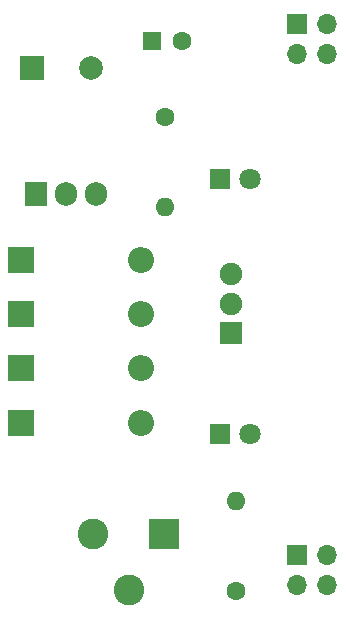
<source format=gts>
%TF.GenerationSoftware,KiCad,Pcbnew,(5.1.9)-1*%
%TF.CreationDate,2021-12-31T02:05:01-06:00*%
%TF.ProjectId,BreadBoardPowerSupply,42726561-6442-46f6-9172-64506f776572,rev?*%
%TF.SameCoordinates,Original*%
%TF.FileFunction,Soldermask,Top*%
%TF.FilePolarity,Negative*%
%FSLAX46Y46*%
G04 Gerber Fmt 4.6, Leading zero omitted, Abs format (unit mm)*
G04 Created by KiCad (PCBNEW (5.1.9)-1) date 2021-12-31 02:05:01*
%MOMM*%
%LPD*%
G01*
G04 APERTURE LIST*
%ADD10C,1.600000*%
%ADD11O,1.600000X1.600000*%
%ADD12C,2.000000*%
%ADD13R,2.000000X2.000000*%
%ADD14R,1.600000X1.600000*%
%ADD15O,2.200000X2.200000*%
%ADD16R,2.200000X2.200000*%
%ADD17C,1.800000*%
%ADD18R,1.800000X1.800000*%
%ADD19C,2.600000*%
%ADD20R,2.600000X2.600000*%
%ADD21R,1.700000X1.700000*%
%ADD22O,1.700000X1.700000*%
%ADD23C,1.900000*%
%ADD24R,1.900000X1.900000*%
%ADD25O,1.905000X2.000000*%
%ADD26R,1.905000X2.000000*%
G04 APERTURE END LIST*
D10*
%TO.C,R2*%
X137795000Y-82677000D03*
D11*
X137795000Y-90297000D03*
%TD*%
D12*
%TO.C,C1*%
X131492000Y-78486000D03*
D13*
X126492000Y-78486000D03*
%TD*%
D10*
%TO.C,C2*%
X139152000Y-76200000D03*
D14*
X136652000Y-76200000D03*
%TD*%
D15*
%TO.C,D1*%
X135741001Y-103929334D03*
D16*
X125581001Y-103929334D03*
%TD*%
D15*
%TO.C,D2*%
X135741001Y-94742000D03*
D16*
X125581001Y-94742000D03*
%TD*%
%TO.C,D3*%
X125581001Y-108523001D03*
D15*
X135741001Y-108523001D03*
%TD*%
%TO.C,D4*%
X135741001Y-99335667D03*
D16*
X125581001Y-99335667D03*
%TD*%
D17*
%TO.C,D5*%
X144943000Y-109474000D03*
D18*
X142403000Y-109474000D03*
%TD*%
%TO.C,D6*%
X142403000Y-87884000D03*
D17*
X144943000Y-87884000D03*
%TD*%
D19*
%TO.C,J1*%
X134668000Y-122683000D03*
X131668000Y-117983000D03*
D20*
X137668000Y-117983000D03*
%TD*%
D21*
%TO.C,J2*%
X148971000Y-74803000D03*
D22*
X151511000Y-74803000D03*
X148971000Y-77343000D03*
X151511000Y-77343000D03*
%TD*%
D21*
%TO.C,J3*%
X148971000Y-119761000D03*
D22*
X151511000Y-119761000D03*
X148971000Y-122301000D03*
X151511000Y-122301000D03*
%TD*%
D11*
%TO.C,R1*%
X143764000Y-115189000D03*
D10*
X143764000Y-122809000D03*
%TD*%
D23*
%TO.C,SW1*%
X143383000Y-95965000D03*
X143383000Y-98465000D03*
D24*
X143383000Y-100965000D03*
%TD*%
D25*
%TO.C,U1*%
X131953000Y-89154000D03*
X129413000Y-89154000D03*
D26*
X126873000Y-89154000D03*
%TD*%
M02*

</source>
